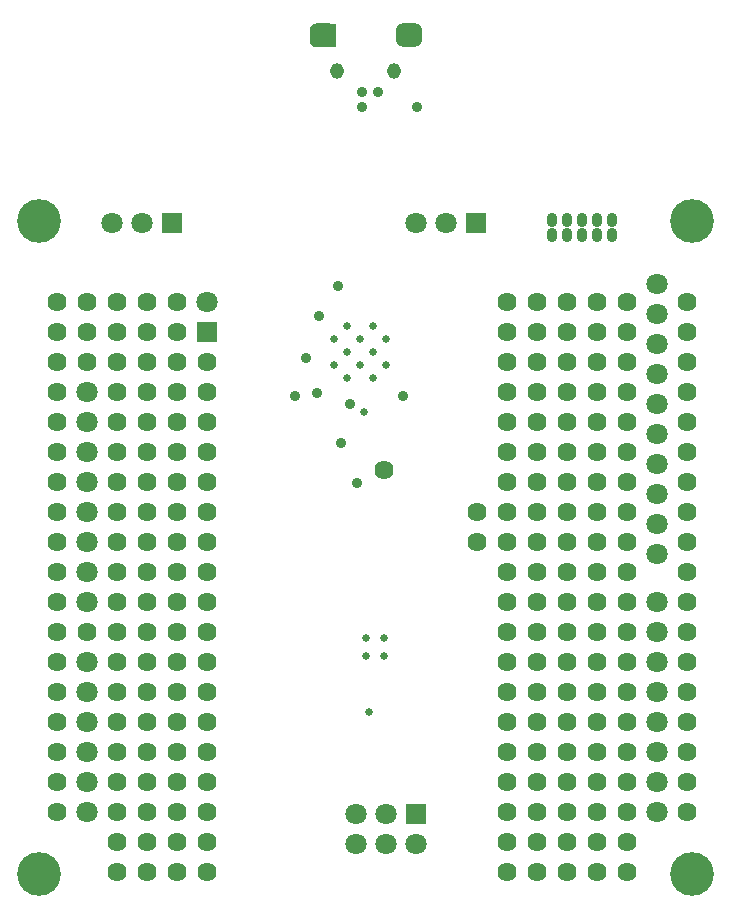
<source format=gbs>
%FSLAX43Y43*%
%MOMM*%
G71*
G01*
G75*
G04 Layer_Color=16711935*
%ADD10C,0.175*%
%ADD11C,0.200*%
%ADD12C,0.300*%
%ADD13C,0.175*%
%ADD14C,0.200*%
%ADD15C,0.300*%
%ADD16C,0.180*%
%ADD17C,0.400*%
%ADD18R,1.150X1.400*%
%ADD19R,1.000X0.950*%
%ADD20C,0.400*%
%ADD21R,0.400X1.350*%
%ADD22R,1.000X2.250*%
%ADD23R,0.300X0.850*%
%ADD24R,0.850X0.300*%
%ADD25R,5.200X5.200*%
%ADD26O,0.650X0.250*%
%ADD27O,0.250X0.650*%
%ADD28R,3.300X3.300*%
%ADD29R,1.050X0.650*%
%ADD30R,1.300X0.600*%
%ADD31R,1.200X1.200*%
%ADD32R,1.200X1.350*%
%ADD33R,0.800X0.650*%
%ADD34R,0.500X0.600*%
%ADD35R,0.950X1.000*%
%ADD36R,0.600X0.900*%
%ADD37R,0.650X0.800*%
%ADD38R,0.900X0.600*%
%ADD39C,0.150*%
%ADD40C,0.500*%
%ADD41R,0.900X0.300*%
%ADD42R,1.800X1.900*%
G04:AMPARAMS|DCode=43|XSize=1.05mm|YSize=1.25mm|CornerRadius=0.525mm|HoleSize=0mm|Usage=FLASHONLY|Rotation=180.000|XOffset=0mm|YOffset=0mm|HoleType=Round|Shape=RoundedRectangle|*
%AMROUNDEDRECTD43*
21,1,1.050,0.200,0,0,180.0*
21,1,0.000,1.250,0,0,180.0*
1,1,1.050,0.000,0.100*
1,1,1.050,0.000,0.100*
1,1,1.050,0.000,-0.100*
1,1,1.050,0.000,-0.100*
%
%ADD43ROUNDEDRECTD43*%
G04:AMPARAMS|DCode=44|XSize=2.1mm|YSize=1.9mm|CornerRadius=0.494mm|HoleSize=0mm|Usage=FLASHONLY|Rotation=180.000|XOffset=0mm|YOffset=0mm|HoleType=Round|Shape=RoundedRectangle|*
%AMROUNDEDRECTD44*
21,1,2.100,0.912,0,0,180.0*
21,1,1.112,1.900,0,0,180.0*
1,1,0.988,-0.556,0.456*
1,1,0.988,0.556,0.456*
1,1,0.988,0.556,-0.456*
1,1,0.988,-0.556,-0.456*
%
%ADD44ROUNDEDRECTD44*%
%ADD45R,1.700X1.700*%
%ADD46C,1.700*%
%ADD47R,1.700X1.700*%
%ADD48O,0.800X1.100*%
%ADD49C,1.524*%
%ADD50C,3.600*%
%ADD51C,0.550*%
%ADD52C,1.016*%
%ADD53O,1.250X1.450*%
%ADD54O,1.425X2.100*%
%ADD55C,1.600*%
G04:AMPARAMS|DCode=56|XSize=2.524mm|YSize=2.524mm|CornerRadius=0mm|HoleSize=0mm|Usage=FLASHONLY|Rotation=0.000|XOffset=0mm|YOffset=0mm|HoleType=Round|Shape=Relief|Width=0.254mm|Gap=0.254mm|Entries=4|*
%AMTHD56*
7,0,0,2.524,2.016,0.254,45*
%
%ADD56THD56*%
%ADD57C,1.250*%
G04:AMPARAMS|DCode=58|XSize=2.174mm|YSize=2.174mm|CornerRadius=0mm|HoleSize=0mm|Usage=FLASHONLY|Rotation=0.000|XOffset=0mm|YOffset=0mm|HoleType=Round|Shape=Relief|Width=0.254mm|Gap=0.254mm|Entries=4|*
%AMTHD58*
7,0,0,2.174,1.666,0.254,45*
%
%ADD58THD58*%
%ADD59C,0.850*%
%ADD60C,3.300*%
%ADD61C,0.800*%
%ADD62C,0.254*%
%ADD63C,0.250*%
%ADD64C,0.050*%
%ADD65C,0.100*%
%ADD66R,3.248X0.599*%
%ADD67R,2.100X2.100*%
%ADD68O,0.750X1.100*%
%ADD69R,1.300X1.400*%
%ADD70R,0.900X0.510*%
%ADD71R,1.250X1.500*%
%ADD72R,1.100X1.050*%
%ADD73R,0.500X1.450*%
%ADD74R,1.100X2.350*%
%ADD75R,0.400X0.950*%
%ADD76R,0.950X0.400*%
%ADD77R,5.300X5.300*%
%ADD78O,0.750X0.350*%
%ADD79O,0.350X0.750*%
%ADD80R,3.400X3.400*%
%ADD81R,1.150X0.750*%
%ADD82R,1.400X0.700*%
%ADD83R,1.300X1.300*%
%ADD84R,1.300X1.450*%
%ADD85R,0.900X0.750*%
%ADD86R,0.600X0.700*%
%ADD87R,1.050X1.100*%
%ADD88R,0.700X1.000*%
%ADD89R,0.750X0.900*%
%ADD90R,1.000X0.700*%
%ADD91R,1.900X2.000*%
G04:AMPARAMS|DCode=92|XSize=1.15mm|YSize=1.35mm|CornerRadius=0.575mm|HoleSize=0mm|Usage=FLASHONLY|Rotation=180.000|XOffset=0mm|YOffset=0mm|HoleType=Round|Shape=RoundedRectangle|*
%AMROUNDEDRECTD92*
21,1,1.150,0.200,0,0,180.0*
21,1,0.000,1.350,0,0,180.0*
1,1,1.150,0.000,0.100*
1,1,1.150,0.000,0.100*
1,1,1.150,0.000,-0.100*
1,1,1.150,0.000,-0.100*
%
%ADD92ROUNDEDRECTD92*%
G04:AMPARAMS|DCode=93|XSize=2.2mm|YSize=2mm|CornerRadius=0.544mm|HoleSize=0mm|Usage=FLASHONLY|Rotation=180.000|XOffset=0mm|YOffset=0mm|HoleType=Round|Shape=RoundedRectangle|*
%AMROUNDEDRECTD93*
21,1,2.200,0.912,0,0,180.0*
21,1,1.112,2.000,0,0,180.0*
1,1,1.088,-0.556,0.456*
1,1,1.088,0.556,0.456*
1,1,1.088,0.556,-0.456*
1,1,1.088,-0.556,-0.456*
%
%ADD93ROUNDEDRECTD93*%
%ADD94R,1.800X1.800*%
%ADD95C,1.800*%
%ADD96R,1.800X1.800*%
%ADD97O,0.900X1.200*%
%ADD98C,1.624*%
%ADD99C,3.700*%
%ADD100C,0.650*%
%ADD101C,0.900*%
G36*
X27410Y74374D02*
X27419Y74371D01*
X27428Y74367D01*
X27436Y74361D01*
X27442Y74353D01*
X27446Y74344D01*
X27449Y74335D01*
X27450Y74325D01*
Y72425D01*
X27449Y72415D01*
X27446Y72406D01*
X27442Y72397D01*
X27436Y72389D01*
X27428Y72383D01*
X27419Y72379D01*
X27410Y72376D01*
X27400Y72375D01*
X25800D01*
X25798Y72375D01*
X25796Y72375D01*
X25748Y72379D01*
X25747Y72379D01*
X25745Y72379D01*
X25692Y72386D01*
X25689Y72387D01*
X25685Y72388D01*
X25632Y72403D01*
X25630Y72403D01*
X25628Y72404D01*
X25585Y72420D01*
X25583Y72421D01*
X25581Y72422D01*
X25539Y72442D01*
X25537Y72443D01*
X25534Y72445D01*
X25490Y72473D01*
X25488Y72474D01*
X25487Y72475D01*
X25449Y72504D01*
X25447Y72505D01*
X25446Y72506D01*
X25407Y72540D01*
X25404Y72543D01*
X25401Y72546D01*
X25372Y72582D01*
X25371Y72583D01*
X25371Y72584D01*
X25343Y72621D01*
X25341Y72623D01*
X25340Y72626D01*
X25316Y72667D01*
X25315Y72669D01*
X25314Y72670D01*
X25294Y72712D01*
X25293Y72714D01*
X25292Y72716D01*
X25276Y72758D01*
X25275Y72761D01*
X25274Y72764D01*
X25262Y72815D01*
X25262Y72817D01*
X25261Y72819D01*
X25254Y72864D01*
X25254Y72866D01*
X25254Y72868D01*
X25250Y72921D01*
X25250Y72923D01*
X25250Y72925D01*
Y73825D01*
X25250Y73827D01*
X25250Y73829D01*
X25254Y73884D01*
X25254Y73886D01*
X25255Y73889D01*
X25263Y73934D01*
X25263Y73935D01*
X25263Y73937D01*
X25275Y73987D01*
X25276Y73990D01*
X25277Y73994D01*
X25293Y74034D01*
X25306Y74066D01*
X25308Y74070D01*
X25310Y74073D01*
X25335Y74116D01*
X25336Y74118D01*
X25337Y74120D01*
X25363Y74157D01*
X25364Y74158D01*
X25365Y74160D01*
X25396Y74198D01*
X25399Y74200D01*
X25401Y74203D01*
X25446Y74244D01*
X25448Y74246D01*
X25450Y74247D01*
X25490Y74277D01*
X25492Y74278D01*
X25493Y74280D01*
X25539Y74309D01*
X25542Y74310D01*
X25545Y74312D01*
X25598Y74336D01*
X25601Y74337D01*
X25605Y74338D01*
X25692Y74364D01*
X25697Y74365D01*
X25701Y74366D01*
X25701Y74366D01*
X25701Y74366D01*
X25701D01*
X25795Y74375D01*
X25798Y74375D01*
X25800Y74375D01*
X27400D01*
X27410Y74374D01*
D02*
G37*
D92*
X27575Y70375D02*
D03*
X32425D02*
D03*
D93*
X33650Y73375D02*
D03*
X26350D02*
D03*
D94*
X16510Y48260D02*
D03*
D95*
X6350Y20320D02*
D03*
Y17780D02*
D03*
Y12700D02*
D03*
Y15240D02*
D03*
Y7620D02*
D03*
Y10160D02*
D03*
X54610Y7620D02*
D03*
Y10160D02*
D03*
Y15240D02*
D03*
Y12700D02*
D03*
Y22860D02*
D03*
Y25400D02*
D03*
Y20320D02*
D03*
Y17780D02*
D03*
Y39624D02*
D03*
Y42164D02*
D03*
Y47244D02*
D03*
Y44704D02*
D03*
Y34544D02*
D03*
Y37084D02*
D03*
Y32004D02*
D03*
Y29464D02*
D03*
Y49784D02*
D03*
Y52324D02*
D03*
X8510Y57500D02*
D03*
X11050D02*
D03*
X16510Y50800D02*
D03*
X34240Y4940D02*
D03*
X31700D02*
D03*
X29160D02*
D03*
X31700Y7480D02*
D03*
X29160D02*
D03*
X6350Y43180D02*
D03*
Y40640D02*
D03*
Y35560D02*
D03*
Y38100D02*
D03*
Y27940D02*
D03*
Y25400D02*
D03*
Y30480D02*
D03*
Y33020D02*
D03*
X34235Y57500D02*
D03*
X36775D02*
D03*
D96*
X13590Y57500D02*
D03*
X34240Y7480D02*
D03*
X39315Y57500D02*
D03*
D97*
X50800Y56515D02*
D03*
Y57785D02*
D03*
X45720D02*
D03*
X46990D02*
D03*
X48260D02*
D03*
X49530D02*
D03*
Y56515D02*
D03*
X48260D02*
D03*
X46990D02*
D03*
X45720D02*
D03*
D98*
X31500Y36550D02*
D03*
X39370Y30480D02*
D03*
Y33020D02*
D03*
X16510Y2540D02*
D03*
Y5080D02*
D03*
X13970Y2540D02*
D03*
Y5080D02*
D03*
X8890Y2540D02*
D03*
X11430Y5080D02*
D03*
Y2540D02*
D03*
X8890Y5080D02*
D03*
X44450D02*
D03*
X46990D02*
D03*
X49530D02*
D03*
X52070D02*
D03*
Y2540D02*
D03*
X49530D02*
D03*
X46990D02*
D03*
X44450D02*
D03*
X41910D02*
D03*
Y5080D02*
D03*
Y50800D02*
D03*
Y40640D02*
D03*
Y43180D02*
D03*
Y45720D02*
D03*
Y48260D02*
D03*
Y30480D02*
D03*
Y33020D02*
D03*
Y35560D02*
D03*
Y38100D02*
D03*
Y20320D02*
D03*
Y22860D02*
D03*
Y25400D02*
D03*
Y27940D02*
D03*
Y17780D02*
D03*
Y15240D02*
D03*
Y12700D02*
D03*
Y10160D02*
D03*
Y7620D02*
D03*
X44450D02*
D03*
X46990D02*
D03*
X49530D02*
D03*
X52070D02*
D03*
Y10160D02*
D03*
X49530D02*
D03*
X46990D02*
D03*
X44450D02*
D03*
X52070Y12700D02*
D03*
X49530D02*
D03*
X46990D02*
D03*
X44450D02*
D03*
X52070Y15240D02*
D03*
X49530D02*
D03*
X46990D02*
D03*
X44450D02*
D03*
X52070Y17780D02*
D03*
X49530D02*
D03*
X46990D02*
D03*
X44450D02*
D03*
Y27940D02*
D03*
X46990D02*
D03*
X49530D02*
D03*
X52070D02*
D03*
X44450Y25400D02*
D03*
X46990D02*
D03*
X49530D02*
D03*
X52070D02*
D03*
X44450Y22860D02*
D03*
X46990D02*
D03*
X49530D02*
D03*
X52070D02*
D03*
X44450Y20320D02*
D03*
X46990D02*
D03*
X49530D02*
D03*
X52070D02*
D03*
X44450Y38100D02*
D03*
X46990D02*
D03*
X49530D02*
D03*
X52070D02*
D03*
X44450Y35560D02*
D03*
X46990D02*
D03*
X49530D02*
D03*
X52070D02*
D03*
X44450Y33020D02*
D03*
X46990D02*
D03*
X49530D02*
D03*
X52070D02*
D03*
X44450Y30480D02*
D03*
X46990D02*
D03*
X49530D02*
D03*
X52070D02*
D03*
X44450Y48260D02*
D03*
X46990D02*
D03*
X49530D02*
D03*
X52070D02*
D03*
X44450Y45720D02*
D03*
X46990D02*
D03*
X49530D02*
D03*
X52070D02*
D03*
X44450Y43180D02*
D03*
X46990D02*
D03*
X49530D02*
D03*
X52070D02*
D03*
X44450Y40640D02*
D03*
X46990D02*
D03*
X49530D02*
D03*
X52070D02*
D03*
Y50800D02*
D03*
X49530D02*
D03*
X46990D02*
D03*
X44450D02*
D03*
X3810Y7620D02*
D03*
Y10160D02*
D03*
Y12700D02*
D03*
Y15240D02*
D03*
Y17780D02*
D03*
Y27940D02*
D03*
Y25400D02*
D03*
Y22860D02*
D03*
Y20320D02*
D03*
Y38100D02*
D03*
Y35560D02*
D03*
Y33020D02*
D03*
Y30480D02*
D03*
Y48260D02*
D03*
Y45720D02*
D03*
Y43180D02*
D03*
Y40640D02*
D03*
Y50800D02*
D03*
X6350D02*
D03*
Y48260D02*
D03*
X8890Y10160D02*
D03*
Y15240D02*
D03*
Y17780D02*
D03*
Y27940D02*
D03*
Y25400D02*
D03*
Y22860D02*
D03*
Y20320D02*
D03*
Y38100D02*
D03*
Y35560D02*
D03*
Y33020D02*
D03*
Y30480D02*
D03*
Y48260D02*
D03*
Y45720D02*
D03*
Y43180D02*
D03*
Y40640D02*
D03*
Y50800D02*
D03*
X11430Y7620D02*
D03*
Y10160D02*
D03*
Y12700D02*
D03*
Y15240D02*
D03*
Y17780D02*
D03*
Y27940D02*
D03*
Y25400D02*
D03*
Y22860D02*
D03*
Y20320D02*
D03*
Y38100D02*
D03*
Y35560D02*
D03*
Y33020D02*
D03*
Y30480D02*
D03*
Y48260D02*
D03*
Y45720D02*
D03*
Y43180D02*
D03*
Y40640D02*
D03*
Y50800D02*
D03*
X57150Y7620D02*
D03*
Y10160D02*
D03*
Y12700D02*
D03*
Y15240D02*
D03*
Y17780D02*
D03*
Y27940D02*
D03*
Y25400D02*
D03*
Y22860D02*
D03*
Y20320D02*
D03*
Y38100D02*
D03*
Y35560D02*
D03*
Y33020D02*
D03*
Y30480D02*
D03*
Y48260D02*
D03*
Y45720D02*
D03*
Y43180D02*
D03*
Y40640D02*
D03*
Y50800D02*
D03*
X8890Y7620D02*
D03*
Y12700D02*
D03*
X6350Y45720D02*
D03*
Y22860D02*
D03*
X13970Y50800D02*
D03*
Y40640D02*
D03*
Y43180D02*
D03*
Y45720D02*
D03*
Y48260D02*
D03*
Y30480D02*
D03*
Y33020D02*
D03*
Y35560D02*
D03*
Y38100D02*
D03*
Y20320D02*
D03*
Y22860D02*
D03*
Y25400D02*
D03*
Y27940D02*
D03*
Y17780D02*
D03*
Y15240D02*
D03*
Y12700D02*
D03*
Y10160D02*
D03*
Y7620D02*
D03*
X16510Y45720D02*
D03*
Y35560D02*
D03*
Y38100D02*
D03*
Y40640D02*
D03*
Y43180D02*
D03*
Y25400D02*
D03*
Y27940D02*
D03*
Y30480D02*
D03*
Y33020D02*
D03*
Y15240D02*
D03*
Y17780D02*
D03*
Y20320D02*
D03*
Y22860D02*
D03*
Y12700D02*
D03*
Y10160D02*
D03*
Y7620D02*
D03*
D99*
X2350Y57650D02*
D03*
X57650D02*
D03*
X2350Y2350D02*
D03*
X57650D02*
D03*
D100*
X31700Y45500D02*
D03*
X30600Y48800D02*
D03*
Y46600D02*
D03*
Y44400D02*
D03*
X29500Y47700D02*
D03*
Y45500D02*
D03*
X28400Y48800D02*
D03*
Y46600D02*
D03*
Y44400D02*
D03*
X27300Y47700D02*
D03*
Y45500D02*
D03*
X31700Y47700D02*
D03*
X30250Y16075D02*
D03*
X29972Y20828D02*
D03*
Y22352D02*
D03*
X31496D02*
D03*
Y20828D02*
D03*
X29850Y41500D02*
D03*
D101*
X29650Y67330D02*
D03*
X29275Y35446D02*
D03*
X34350Y67275D02*
D03*
X29650Y68600D02*
D03*
X31000D02*
D03*
X27878Y38825D02*
D03*
X27648Y52167D02*
D03*
X26075Y49640D02*
D03*
X28700Y42200D02*
D03*
X24926Y46027D02*
D03*
X25850Y43125D02*
D03*
X23975Y42875D02*
D03*
X33184Y42819D02*
D03*
M02*

</source>
